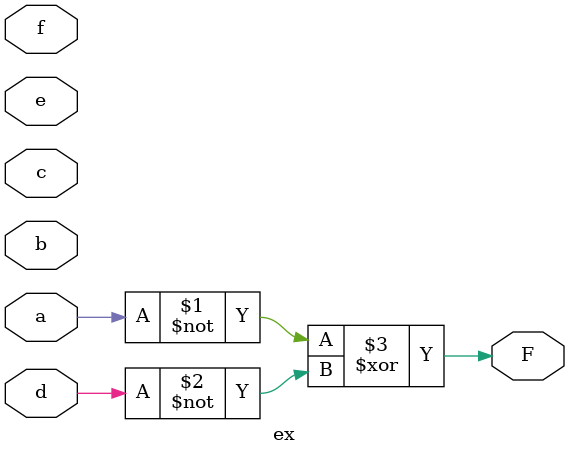
<source format=v>

module ex ( 
    a, b, c, d, e, f,
    F  );
  input  a, b, c, d, e, f;
  output F;
  assign F = ~a ^ ~d;
endmodule



</source>
